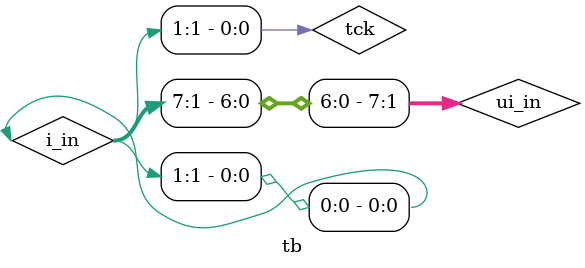
<source format=v>
`default_nettype none
`timescale 1ns / 1ps

/* This testbench just instantiates the module and makes some convenient wires
   that can be driven / tested by the cocotb test.py.
*/
module tb ();

  // Dump the signals to a VCD file. You can view it with gtkwave or surfer.
  initial begin
    $dumpfile("tb.vcd");
    $dumpvars(0, tb);
    #1;
  end

  // Wire up the inputs and outputs:
  reg clk;
  reg rst_n;
  reg ena;
  reg [7:0] ui_in;
  reg [7:0] uio_in;
  wire [7:0] uo_out;
  wire [7:0] uio_out;
  wire [7:0] uio_oe;
`ifdef GL_TEST
  wire VPWR = 1'b1;
  wire VGND = 1'b0;
`endif

  wire tck; 
  wire result_v; 
  assign result_v = uio_out[7];
  assign tck = ui_in[1];

  wire [7:0] i_in; 
  assign i_in = {ui_in[7:1], tck};

  // Replace tt_um_example with your module name:
  tt_um_essen m_dut (

      // Include power ports for the Gate Level test:
`ifdef GL_TEST
      .VPWR(VPWR),
      .VGND(VGND),
`endif

      .ui_in  (i_in),    // Dedicated inputs
      .uo_out (uo_out),   // Dedicated outputs
      .uio_in (uio_in),   // IOs: Input path
      .uio_out(uio_out),  // IOs: Output path
      .uio_oe (uio_oe),   // IOs: Enable path (active high: 0=input, 1=output)
      .ena    (ena),      // enable - goes high when design is selected
      .clk    (clk),      // clock
      .rst_n  (rst_n)     // not reset
  );

endmodule

</source>
